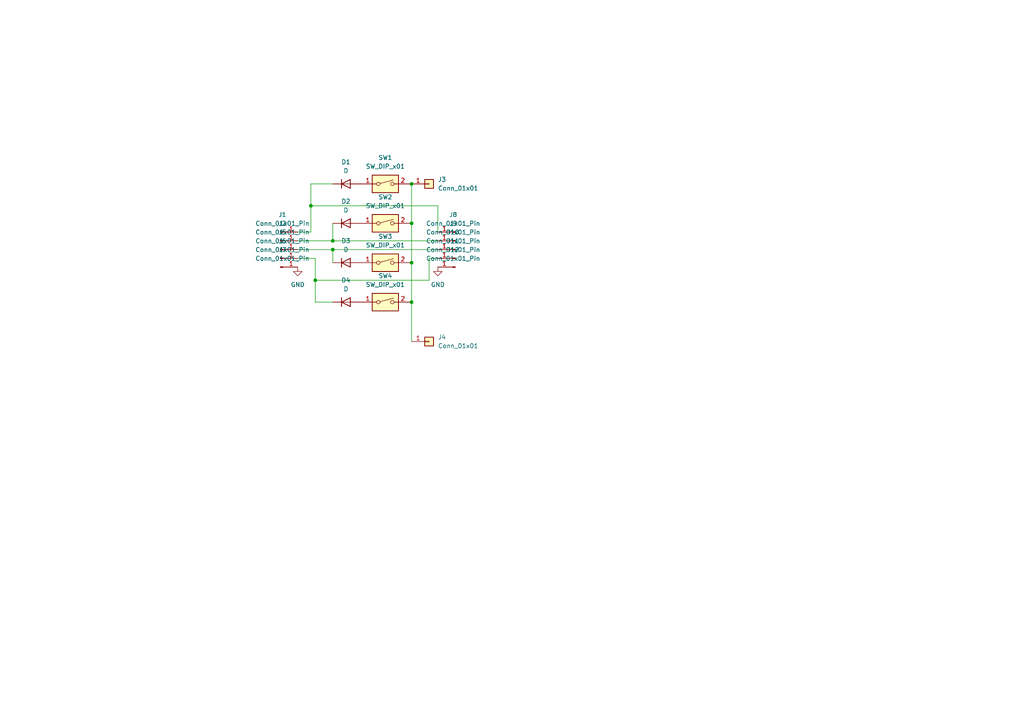
<source format=kicad_sch>
(kicad_sch (version 20230121) (generator eeschema)
  (paper "A4")
  (lib_symbols
    (symbol "Connector:Conn_01x01_Pin" (pin_names (offset 1.016) hide)
      (property "Reference" "J" (at 0 2.54 0))
      (property "Value" "Conn_01x01_Pin" (at 0 -2.54 0))
      (symbol "Conn_01x01_Pin_1_1"
        (polyline (pts (xy 1.27 0) (xy 0.8636 0)) (stroke (width 0.1524)))
        (rectangle (start 0.8636 0.127) (end 0 -0.127) (stroke (width 0.1524)) (fill (type outline)))
        (pin passive line (at 5.08 0 180) (length 3.81) (name "Pin_1") (number "1"))
      )
    )
    (symbol "Connector_Generic:Conn_01x01" (pin_names (offset 1.016) hide)
      (property "Reference" "J" (at 0 2.54 0))
      (property "Value" "Conn_01x01" (at 0 -2.54 0))
      (symbol "Conn_01x01_1_1"
        (rectangle (start -1.27 0.127) (end 0 -0.127) (stroke (width 0.1524)))
        (rectangle (start -1.27 1.27) (end 1.27 -1.27) (stroke (width 0.254)) (fill (type background)))
        (pin passive line (at -5.08 0 0) (length 3.81) (name "Pin_1") (number "1"))
      )
    )
    (symbol "Device:D" (pin_numbers hide) (pin_names (offset 1.016) hide)
      (property "Reference" "D" (at 0 2.54 0))
      (property "Value" "D" (at 0 -2.54 0))
      (symbol "D_0_1"
        (polyline (pts (xy -1.27 1.27) (xy -1.27 -1.27)) (stroke (width 0.254)))
        (polyline (pts (xy 1.27 0) (xy -1.27 0)))
        (polyline (pts (xy 1.27 1.27) (xy 1.27 -1.27) (xy -1.27 0) (xy 1.27 1.27)) (stroke (width 0.254)))
      )
      (symbol "D_1_1"
        (pin passive line (at -3.81 0 0) (length 2.54) (name "K") (number "1"))
        (pin passive line (at 3.81 0 180) (length 2.54) (name "A") (number "2"))
      )
    )
    (symbol "Switch:SW_DIP_x01" (pin_names (offset 0) hide)
      (property "Reference" "SW" (at 0 3.81 0))
      (property "Value" "SW_DIP_x01" (at 0 -3.81 0))
      (symbol "SW_DIP_x01_0_0"
        (circle (center -2.032 0) (radius 0.508))
        (polyline (pts (xy -1.524 0.127) (xy 2.3622 1.1684)))
        (circle (center 2.032 0) (radius 0.508))
      )
      (symbol "SW_DIP_x01_0_1"
        (rectangle (start -3.81 2.54) (end 3.81 -2.54) (stroke (width 0.254)) (fill (type background)))
      )
      (symbol "SW_DIP_x01_1_1"
        (pin passive line (at -7.62 0 0) (length 5.08) (name "~") (number "1"))
        (pin passive line (at 7.62 0 180) (length 5.08) (name "~") (number "2"))
      )
    )
    (symbol "power:GND" (power) (pin_names (offset 0))
      (property "Value" "GND" (at 0 -3.81 0))
      (symbol "GND_0_1"
        (polyline (pts (xy 0 0) (xy 0 -1.27) (xy 1.27 -1.27) (xy 0 -2.54) (xy -1.27 -1.27) (xy 0 -1.27)))
      )
      (symbol "GND_1_1"
        (pin power_in line (at 0 0 270) (length 0) hide (name "GND") (number "1"))
      )
    )
  )
  (junction (at 119.38 53.34))
  (junction (at 119.38 76.2))
  (junction (at 91.44 81.28))
  (junction (at 119.38 64.77))
  (junction (at 96.52 69.85))
  (junction (at 96.52 72.39))
  (junction (at 90.17 59.69))
  (junction (at 119.38 87.63))
  (wire (pts (xy 96.52 69.85) (xy 127 69.85)))
  (wire (pts (xy 86.36 67.31) (xy 90.17 67.31)))
  (wire (pts (xy 91.44 87.63) (xy 96.52 87.63)))
  (wire (pts (xy 119.38 87.63) (xy 119.38 99.06)))
  (wire (pts (xy 90.17 53.34) (xy 96.52 53.34)))
  (wire (pts (xy 86.36 74.93) (xy 91.44 74.93)))
  (wire (pts (xy 96.52 72.39) (xy 127 72.39)))
  (wire (pts (xy 124.46 81.28) (xy 124.46 74.93)))
  (wire (pts (xy 90.17 67.31) (xy 90.17 59.69)))
  (wire (pts (xy 91.44 74.93) (xy 91.44 81.28)))
  (wire (pts (xy 127 59.69) (xy 127 67.31)))
  (wire (pts (xy 90.17 59.69) (xy 90.17 53.34)))
  (wire (pts (xy 119.38 64.77) (xy 119.38 76.2)))
  (wire (pts (xy 91.44 81.28) (xy 124.46 81.28)))
  (wire (pts (xy 90.17 59.69) (xy 127 59.69)))
  (wire (pts (xy 119.38 53.34) (xy 119.38 64.77)))
  (wire (pts (xy 86.36 69.85) (xy 96.52 69.85)))
  (wire (pts (xy 86.36 72.39) (xy 96.52 72.39)))
  (wire (pts (xy 96.52 69.85) (xy 96.52 64.77)))
  (wire (pts (xy 91.44 87.63) (xy 91.44 81.28)))
  (wire (pts (xy 119.38 76.2) (xy 119.38 87.63)))
  (wire (pts (xy 124.46 74.93) (xy 127 74.93)))
  (wire (pts (xy 96.52 72.39) (xy 96.52 76.2)))
  (symbol (lib_id "Connector_Generic:Conn_01x01") (at 124.46 53.34 0) (unit 1)
    (property "Reference" "J3" (at 127 52.07 0) (effects (justify left)))
    (property "Value" "Conn_01x01" (at 127 54.61 0) (effects (justify left)))
    (property "Footprint" "Connector_PinHeader_2.54mm:PinHeader_1x01_P2.54mm_Vertical" (effects hide))
  )
  (symbol (lib_id "Connector:Conn_01x01_Pin") (at 81.28 69.85 0) (unit 1)
    (property "Reference" "J2" (at 81.915 64.8208 0))
    (property "Value" "Conn_01x01_Pin" (at 81.915 67.3608 0))
    (property "Footprint" "Connector_PinHeader_2.54mm:PinHeader_1x01_P2.54mm_Vertical" (effects hide))
  )
  (symbol (lib_id "Connector:Conn_01x01_Pin") (at 81.28 74.93 0) (unit 1)
    (property "Reference" "J6" (at 81.915 69.9008 0))
    (property "Value" "Conn_01x01_Pin" (at 81.915 72.4408 0))
    (property "Footprint" "Connector_PinHeader_2.54mm:PinHeader_1x01_P2.54mm_Vertical" (effects hide))
  )
  (symbol (lib_id "Connector:Conn_01x01_Pin") (at 81.28 72.39 0) (unit 1)
    (property "Reference" "J5" (at 81.915 67.3608 0))
    (property "Value" "Conn_01x01_Pin" (at 81.915 69.9008 0))
    (property "Footprint" "Connector_PinHeader_2.54mm:PinHeader_1x01_P2.54mm_Vertical" (effects hide))
  )
  (symbol (lib_id "Switch:SW_DIP_x01") (at 111.76 64.77 0) (unit 1)
    (property "Reference" "SW2" (at 111.76 57.15 0))
    (property "Value" "SW_DIP_x01" (at 111.76 59.69 0))
    (property "Footprint" "Button_Switch_Keyboard:SW_Cherry_MX_1.00u_PCB" (effects hide))
  )
  (symbol (lib_id "Switch:SW_DIP_x01") (at 111.76 76.2 0) (unit 1)
    (property "Reference" "SW3" (at 111.76 68.58 0))
    (property "Value" "SW_DIP_x01" (at 111.76 71.12 0))
    (property "Footprint" "Button_Switch_Keyboard:SW_Cherry_MX_1.00u_PCB" (effects hide))
  )
  (symbol (lib_id "power:GND") (at 86.36 77.47 0) (unit 1)
    (property "Reference" "#PWR02" (effects hide))
    (property "Value" "GND" (at 86.36 82.55 0))
  )
  (symbol (lib_id "Connector:Conn_01x01_Pin") (at 132.08 72.39 0) (mirror y) (unit 1)
    (property "Reference" "J10" (at 131.445 67.3608 0))
    (property "Value" "Conn_01x01_Pin" (at 131.445 69.9008 0))
    (property "Footprint" "Connector_PinHeader_2.54mm:PinHeader_1x01_P2.54mm_Vertical" (effects hide))
  )
  (symbol (lib_id "Connector:Conn_01x01_Pin") (at 81.28 67.31 0) (unit 1)
    (property "Reference" "J1" (at 81.915 62.2808 0))
    (property "Value" "Conn_01x01_Pin" (at 81.915 64.8208 0))
    (property "Footprint" "Connector_PinHeader_2.54mm:PinHeader_1x01_P2.54mm_Vertical" (effects hide))
  )
  (symbol (lib_id "Switch:SW_DIP_x01") (at 111.76 53.34 0) (unit 1)
    (property "Reference" "SW1" (at 111.76 45.72 0))
    (property "Value" "SW_DIP_x01" (at 111.76 48.26 0))
    (property "Footprint" "Button_Switch_Keyboard:SW_Cherry_MX_1.00u_PCB" (effects hide))
  )
  (symbol (lib_id "Connector:Conn_01x01_Pin") (at 132.08 77.47 0) (mirror y) (unit 1)
    (property "Reference" "J12" (at 131.445 72.4408 0))
    (property "Value" "Conn_01x01_Pin" (at 131.445 74.9808 0))
    (property "Footprint" "Connector_PinHeader_2.54mm:PinHeader_1x01_P2.54mm_Vertical" (effects hide))
  )
  (symbol (lib_id "Connector:Conn_01x01_Pin") (at 132.08 67.31 0) (mirror y) (unit 1)
    (property "Reference" "J8" (at 131.445 62.2808 0))
    (property "Value" "Conn_01x01_Pin" (at 131.445 64.8208 0))
    (property "Footprint" "Connector_PinHeader_2.54mm:PinHeader_1x01_P2.54mm_Vertical" (effects hide))
  )
  (symbol (lib_id "Connector:Conn_01x01_Pin") (at 132.08 74.93 0) (mirror y) (unit 1)
    (property "Reference" "J11" (at 131.445 69.9008 0))
    (property "Value" "Conn_01x01_Pin" (at 131.445 72.4408 0))
    (property "Footprint" "Connector_PinHeader_2.54mm:PinHeader_1x01_P2.54mm_Vertical" (effects hide))
  )
  (symbol (lib_id "Connector_Generic:Conn_01x01") (at 124.46 99.06 0) (unit 1)
    (property "Reference" "J4" (at 127 97.79 0) (effects (justify left)))
    (property "Value" "Conn_01x01" (at 127 100.33 0) (effects (justify left)))
    (property "Footprint" "Connector_PinHeader_2.54mm:PinHeader_1x01_P2.54mm_Vertical" (effects hide))
  )
  (symbol (lib_id "Switch:SW_DIP_x01") (at 111.76 87.63 0) (unit 1)
    (property "Reference" "SW4" (at 111.76 80.01 0))
    (property "Value" "SW_DIP_x01" (at 111.76 82.55 0))
    (property "Footprint" "Button_Switch_Keyboard:SW_Cherry_MX_1.00u_PCB" (effects hide))
  )
  (symbol (lib_id "Connector:Conn_01x01_Pin") (at 81.28 77.47 0) (unit 1)
    (property "Reference" "J7" (at 81.915 72.4408 0))
    (property "Value" "Conn_01x01_Pin" (at 81.915 74.9808 0))
    (property "Footprint" "Connector_PinHeader_2.54mm:PinHeader_1x01_P2.54mm_Vertical" (effects hide))
  )
  (symbol (lib_id "Device:D") (at 100.33 53.34 0) (unit 1)
    (property "Reference" "D1" (at 100.33 46.99 0))
    (property "Value" "D" (at 100.33 49.53 0))
    (property "Footprint" "Diode_SMD:D_SOD-123" (effects hide))
    (property "Sim.Device" "D" (effects hide))
    (property "Sim.Pins" "1=K 2=A" (effects hide))
  )
  (symbol (lib_id "Device:D") (at 100.33 76.2 0) (unit 1)
    (property "Reference" "D3" (at 100.33 69.85 0))
    (property "Value" "D" (at 100.33 72.39 0))
    (property "Footprint" "Diode_SMD:D_SOD-123" (effects hide))
    (property "Sim.Device" "D" (effects hide))
    (property "Sim.Pins" "1=K 2=A" (effects hide))
  )
  (symbol (lib_id "power:GND") (at 127 77.47 0) (unit 1)
    (property "Reference" "#PWR01" (effects hide))
    (property "Value" "GND" (at 127 82.55 0))
  )
  (symbol (lib_id "Connector:Conn_01x01_Pin") (at 132.08 69.85 0) (mirror y) (unit 1)
    (property "Reference" "J9" (at 131.445 64.8208 0))
    (property "Value" "Conn_01x01_Pin" (at 131.445 67.3608 0))
    (property "Footprint" "Connector_PinHeader_2.54mm:PinHeader_1x01_P2.54mm_Vertical" (effects hide))
  )
  (symbol (lib_id "Device:D") (at 100.33 64.77 0) (unit 1)
    (property "Reference" "D2" (at 100.33 58.42 0))
    (property "Value" "D" (at 100.33 60.96 0))
    (property "Footprint" "Diode_SMD:D_SOD-123" (effects hide))
    (property "Sim.Device" "D" (effects hide))
    (property "Sim.Pins" "1=K 2=A" (effects hide))
  )
  (symbol (lib_id "Device:D") (at 100.33 87.63 0) (unit 1)
    (property "Reference" "D4" (at 100.33 81.28 0))
    (property "Value" "D" (at 100.33 83.82 0))
    (property "Footprint" "Diode_SMD:D_SOD-123" (effects hide))
    (property "Sim.Device" "D" (effects hide))
    (property "Sim.Pins" "1=K 2=A" (effects hide))
  )
)
</source>
